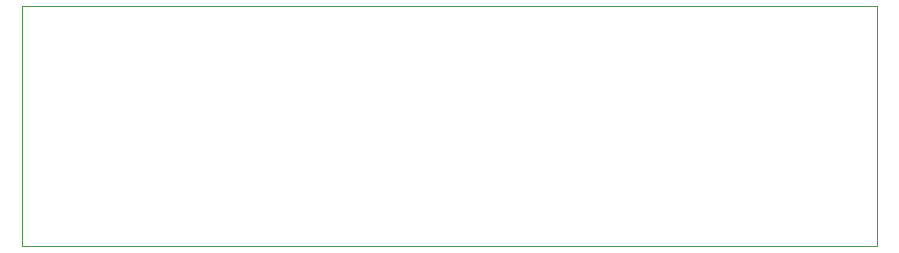
<source format=gbr>
%FSLAX34Y34*%
G04 Gerber Fmt 3.4, Leading zero omitted, Abs format*
G04 (created by PCBNEW (2014-04-15 BZR 4803)-product) date Wed 06 May 2015 01:51:25 PM EDT*
%MOIN*%
G01*
G70*
G90*
G04 APERTURE LIST*
%ADD10C,0.005906*%
%ADD11C,0.003937*%
G04 APERTURE END LIST*
G54D10*
G54D11*
X15500Y-500D02*
X-13000Y-500D01*
X15500Y7500D02*
X15500Y-500D01*
X-13000Y7500D02*
X15500Y7500D01*
X-13000Y-500D02*
X-13000Y7500D01*
M02*

</source>
